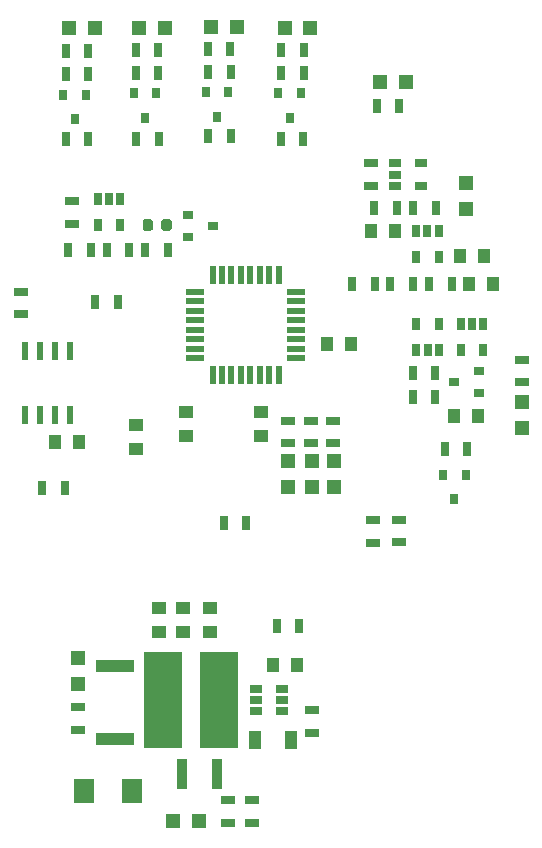
<source format=gtp>
G04 #@! TF.GenerationSoftware,KiCad,Pcbnew,5.0.2-bee76a0~70~ubuntu18.04.1*
G04 #@! TF.CreationDate,2019-04-18T18:19:39-04:00*
G04 #@! TF.ProjectId,Brakelight_Shutdown_BSPD,4272616b-656c-4696-9768-745f53687574,rev?*
G04 #@! TF.SameCoordinates,Original*
G04 #@! TF.FileFunction,Paste,Top*
G04 #@! TF.FilePolarity,Positive*
%FSLAX46Y46*%
G04 Gerber Fmt 4.6, Leading zero omitted, Abs format (unit mm)*
G04 Created by KiCad (PCBNEW 5.0.2-bee76a0~70~ubuntu18.04.1) date Thu 18 Apr 2019 06:19:39 PM EDT*
%MOMM*%
%LPD*%
G01*
G04 APERTURE LIST*
%ADD10R,0.800000X0.900000*%
%ADD11R,0.700000X1.300000*%
%ADD12R,1.000000X1.250000*%
%ADD13R,1.250000X1.000000*%
%ADD14R,1.200000X1.200000*%
%ADD15R,0.900000X2.500000*%
%ADD16R,3.300000X8.200000*%
%ADD17R,1.300000X0.700000*%
%ADD18R,1.060000X0.650000*%
%ADD19R,1.000000X1.600000*%
%ADD20R,1.778000X2.159000*%
%ADD21R,3.200000X1.000000*%
%ADD22R,1.600000X0.550000*%
%ADD23R,0.550000X1.600000*%
%ADD24R,0.900000X0.800000*%
%ADD25C,2.000000*%
%ADD26C,0.875000*%
%ADD27R,0.650000X1.060000*%
%ADD28R,0.600000X1.550000*%
G04 APERTURE END LIST*
D10*
G04 #@! TO.C,Q7*
X184546200Y-62450400D03*
X183596200Y-60350400D03*
X185496200Y-60350400D03*
G04 #@! TD*
D11*
G04 #@! TO.C,R1*
X185115200Y-96875600D03*
X187015200Y-96875600D03*
G04 #@! TD*
D12*
G04 #@! TO.C,C11*
X191294164Y-108857891D03*
X189294164Y-108857891D03*
G04 #@! TD*
D13*
G04 #@! TO.C,C13*
X181658164Y-106047891D03*
X181658164Y-104047891D03*
G04 #@! TD*
G04 #@! TO.C,C12*
X183944164Y-106047891D03*
X183944164Y-104047891D03*
G04 #@! TD*
D14*
G04 #@! TO.C,D6*
X172768164Y-110465891D03*
X172768164Y-108265891D03*
G04 #@! TD*
D15*
G04 #@! TO.C,F1*
X181610664Y-118148391D03*
X184510664Y-118148391D03*
G04 #@! TD*
D16*
G04 #@! TO.C,L1*
X184706664Y-111842391D03*
X180006664Y-111842391D03*
G04 #@! TD*
D17*
G04 #@! TO.C,R10*
X185468164Y-120353891D03*
X185468164Y-122253891D03*
G04 #@! TD*
G04 #@! TO.C,R12*
X187500164Y-120353891D03*
X187500164Y-122253891D03*
G04 #@! TD*
G04 #@! TO.C,R20*
X172768164Y-114379891D03*
X172768164Y-112479891D03*
G04 #@! TD*
D18*
G04 #@! TO.C,U4*
X187860664Y-110917791D03*
X187860664Y-111867791D03*
X187860664Y-112817791D03*
X190060664Y-112817791D03*
X190060664Y-110917791D03*
X190060664Y-111867791D03*
G04 #@! TD*
D19*
G04 #@! TO.C,C7*
X187778164Y-115207891D03*
X190778164Y-115207891D03*
G04 #@! TD*
D13*
G04 #@! TO.C,C14*
X179626164Y-106047891D03*
X179626164Y-104047891D03*
G04 #@! TD*
D14*
G04 #@! TO.C,D3*
X183012164Y-122065891D03*
X180812164Y-122065891D03*
G04 #@! TD*
D20*
G04 #@! TO.C,D2*
X173276164Y-119525891D03*
X177340164Y-119525891D03*
G04 #@! TD*
D21*
G04 #@! TO.C,R19*
X175943164Y-115132891D03*
X175943164Y-108932891D03*
G04 #@! TD*
D17*
G04 #@! TO.C,R15*
X192580164Y-112733891D03*
X192580164Y-114633891D03*
G04 #@! TD*
D11*
G04 #@! TO.C,R16*
X191498164Y-105555891D03*
X189598164Y-105555891D03*
G04 #@! TD*
D13*
G04 #@! TO.C,C1*
X177647600Y-90576400D03*
X177647600Y-88576400D03*
G04 #@! TD*
D12*
G04 #@! TO.C,C2*
X193878200Y-81737200D03*
X195878200Y-81737200D03*
G04 #@! TD*
D13*
G04 #@! TO.C,C3*
X188302900Y-89484200D03*
X188302900Y-87484200D03*
G04 #@! TD*
G04 #@! TO.C,C4*
X181952900Y-89452200D03*
X181952900Y-87452200D03*
G04 #@! TD*
D12*
G04 #@! TO.C,C5*
X199602600Y-72161400D03*
X197602600Y-72161400D03*
G04 #@! TD*
G04 #@! TO.C,C6*
X204622400Y-87833200D03*
X206622400Y-87833200D03*
G04 #@! TD*
G04 #@! TO.C,C8*
X207130400Y-74269600D03*
X205130400Y-74269600D03*
G04 #@! TD*
G04 #@! TO.C,C9*
X170840400Y-89966800D03*
X172840400Y-89966800D03*
G04 #@! TD*
G04 #@! TO.C,C10*
X205883000Y-76631800D03*
X207883000Y-76631800D03*
G04 #@! TD*
D14*
G04 #@! TO.C,D1*
X205663800Y-68056400D03*
X205663800Y-70256400D03*
G04 #@! TD*
G04 #@! TO.C,D4*
X210388200Y-88857000D03*
X210388200Y-86657000D03*
G04 #@! TD*
G04 #@! TO.C,D5*
X194462400Y-91622700D03*
X194462400Y-93822700D03*
G04 #@! TD*
G04 #@! TO.C,D7*
X172034200Y-54965600D03*
X174234200Y-54965600D03*
G04 #@! TD*
G04 #@! TO.C,D8*
X192463600Y-54991000D03*
X190263600Y-54991000D03*
G04 #@! TD*
G04 #@! TO.C,D9*
X177944600Y-54991000D03*
X180144600Y-54991000D03*
G04 #@! TD*
G04 #@! TO.C,D10*
X184032800Y-54864000D03*
X186232800Y-54864000D03*
G04 #@! TD*
G04 #@! TO.C,D12*
X192557400Y-93843200D03*
X192557400Y-91643200D03*
G04 #@! TD*
G04 #@! TO.C,D13*
X190588900Y-91643200D03*
X190588900Y-93843200D03*
G04 #@! TD*
D22*
G04 #@! TO.C,IC1*
X182719400Y-77286200D03*
X182719400Y-78086200D03*
X182719400Y-78886200D03*
X182719400Y-79686200D03*
X182719400Y-80486200D03*
X182719400Y-81286200D03*
X182719400Y-82086200D03*
X182719400Y-82886200D03*
D23*
X184169400Y-84336200D03*
X184969400Y-84336200D03*
X185769400Y-84336200D03*
X186569400Y-84336200D03*
X187369400Y-84336200D03*
X188169400Y-84336200D03*
X188969400Y-84336200D03*
X189769400Y-84336200D03*
D22*
X191219400Y-82886200D03*
X191219400Y-82086200D03*
X191219400Y-81286200D03*
X191219400Y-80486200D03*
X191219400Y-79686200D03*
X191219400Y-78886200D03*
X191219400Y-78086200D03*
X191219400Y-77286200D03*
D23*
X189769400Y-75836200D03*
X188969400Y-75836200D03*
X188169400Y-75836200D03*
X187369400Y-75836200D03*
X186569400Y-75836200D03*
X185769400Y-75836200D03*
X184969400Y-75836200D03*
X184169400Y-75836200D03*
G04 #@! TD*
D24*
G04 #@! TO.C,Q1*
X204597000Y-84912200D03*
X206697000Y-83962200D03*
X206697000Y-85862200D03*
G04 #@! TD*
D10*
G04 #@! TO.C,Q2*
X204637600Y-94860800D03*
X203687600Y-92760800D03*
X205587600Y-92760800D03*
G04 #@! TD*
G04 #@! TO.C,Q3*
X173443551Y-60587171D03*
X171543551Y-60587171D03*
X172493551Y-62687171D03*
G04 #@! TD*
G04 #@! TO.C,Q4*
X191653200Y-60485600D03*
X189753200Y-60485600D03*
X190703200Y-62585600D03*
G04 #@! TD*
G04 #@! TO.C,Q5*
X179385000Y-60485600D03*
X177485000Y-60485600D03*
X178435000Y-62585600D03*
G04 #@! TD*
D24*
G04 #@! TO.C,Q6*
X182075400Y-70779600D03*
X182075400Y-72679600D03*
X184175400Y-71729600D03*
G04 #@! TD*
D17*
G04 #@! TO.C,R2*
X197586600Y-68285400D03*
X197586600Y-66385400D03*
G04 #@! TD*
D11*
G04 #@! TO.C,R3*
X174233800Y-78130400D03*
X176133800Y-78130400D03*
G04 #@! TD*
G04 #@! TO.C,R4*
X171653200Y-93903800D03*
X169753200Y-93903800D03*
G04 #@! TD*
G04 #@! TO.C,R5*
X203047600Y-70231000D03*
X201147600Y-70231000D03*
G04 #@! TD*
G04 #@! TO.C,R6*
X201122200Y-86182200D03*
X203022200Y-86182200D03*
G04 #@! TD*
G04 #@! TO.C,R7*
X199771000Y-70231000D03*
X197871000Y-70231000D03*
G04 #@! TD*
G04 #@! TO.C,R8*
X196016800Y-76606400D03*
X197916800Y-76606400D03*
G04 #@! TD*
G04 #@! TO.C,R9*
X201122200Y-84175600D03*
X203022200Y-84175600D03*
G04 #@! TD*
G04 #@! TO.C,R11*
X201127400Y-76606400D03*
X199227400Y-76606400D03*
G04 #@! TD*
G04 #@! TO.C,R13*
X204429400Y-76631800D03*
X202529400Y-76631800D03*
G04 #@! TD*
D17*
G04 #@! TO.C,R14*
X167919400Y-79194700D03*
X167919400Y-77294700D03*
G04 #@! TD*
G04 #@! TO.C,R17*
X210362800Y-84937600D03*
X210362800Y-83037600D03*
G04 #@! TD*
D11*
G04 #@! TO.C,R18*
X203809600Y-90576400D03*
X205709600Y-90576400D03*
G04 #@! TD*
G04 #@! TO.C,R21*
X173661951Y-56891471D03*
X171761951Y-56891471D03*
G04 #@! TD*
G04 #@! TO.C,R22*
X173661951Y-58885371D03*
X171761951Y-58885371D03*
G04 #@! TD*
G04 #@! TO.C,R23*
X171749251Y-64384471D03*
X173649251Y-64384471D03*
G04 #@! TD*
G04 #@! TO.C,R24*
X171963000Y-73710800D03*
X173863000Y-73710800D03*
G04 #@! TD*
D17*
G04 #@! TO.C,R25*
X172288200Y-71511200D03*
X172288200Y-69611200D03*
G04 #@! TD*
D11*
G04 #@! TO.C,R26*
X189992000Y-56845200D03*
X191892000Y-56845200D03*
G04 #@! TD*
G04 #@! TO.C,R27*
X177134600Y-73710800D03*
X175234600Y-73710800D03*
G04 #@! TD*
G04 #@! TO.C,R28*
X177688200Y-56845200D03*
X179588200Y-56845200D03*
G04 #@! TD*
G04 #@! TO.C,R29*
X189981800Y-58801000D03*
X191881800Y-58801000D03*
G04 #@! TD*
G04 #@! TO.C,R30*
X177688200Y-58801000D03*
X179588200Y-58801000D03*
G04 #@! TD*
G04 #@! TO.C,R31*
X189946200Y-64312800D03*
X191846200Y-64312800D03*
G04 #@! TD*
G04 #@! TO.C,R32*
X179613600Y-64312800D03*
X177713600Y-64312800D03*
G04 #@! TD*
D25*
G04 #@! TO.C,R33*
G36*
X180503991Y-71154053D02*
X180525226Y-71157203D01*
X180546050Y-71162419D01*
X180566262Y-71169651D01*
X180585668Y-71178830D01*
X180604081Y-71189866D01*
X180621324Y-71202654D01*
X180637230Y-71217070D01*
X180651646Y-71232976D01*
X180664434Y-71250219D01*
X180675470Y-71268632D01*
X180684649Y-71288038D01*
X180691881Y-71308250D01*
X180697097Y-71329074D01*
X180700247Y-71350309D01*
X180701300Y-71371750D01*
X180701300Y-71884250D01*
X180700247Y-71905691D01*
X180697097Y-71926926D01*
X180691881Y-71947750D01*
X180684649Y-71967962D01*
X180675470Y-71987368D01*
X180664434Y-72005781D01*
X180651646Y-72023024D01*
X180637230Y-72038930D01*
X180621324Y-72053346D01*
X180604081Y-72066134D01*
X180585668Y-72077170D01*
X180566262Y-72086349D01*
X180546050Y-72093581D01*
X180525226Y-72098797D01*
X180503991Y-72101947D01*
X180482550Y-72103000D01*
X180045050Y-72103000D01*
X180023609Y-72101947D01*
X180002374Y-72098797D01*
X179981550Y-72093581D01*
X179961338Y-72086349D01*
X179941932Y-72077170D01*
X179923519Y-72066134D01*
X179906276Y-72053346D01*
X179890370Y-72038930D01*
X179875954Y-72023024D01*
X179863166Y-72005781D01*
X179852130Y-71987368D01*
X179842951Y-71967962D01*
X179835719Y-71947750D01*
X179830503Y-71926926D01*
X179827353Y-71905691D01*
X179826300Y-71884250D01*
X179826300Y-71371750D01*
X179827353Y-71350309D01*
X179830503Y-71329074D01*
X179835719Y-71308250D01*
X179842951Y-71288038D01*
X179852130Y-71268632D01*
X179863166Y-71250219D01*
X179875954Y-71232976D01*
X179890370Y-71217070D01*
X179906276Y-71202654D01*
X179923519Y-71189866D01*
X179941932Y-71178830D01*
X179961338Y-71169651D01*
X179981550Y-71162419D01*
X180002374Y-71157203D01*
X180023609Y-71154053D01*
X180045050Y-71153000D01*
X180482550Y-71153000D01*
X180503991Y-71154053D01*
X180503991Y-71154053D01*
G37*
D26*
X180263800Y-71628000D03*
D25*
G36*
X178928991Y-71154053D02*
X178950226Y-71157203D01*
X178971050Y-71162419D01*
X178991262Y-71169651D01*
X179010668Y-71178830D01*
X179029081Y-71189866D01*
X179046324Y-71202654D01*
X179062230Y-71217070D01*
X179076646Y-71232976D01*
X179089434Y-71250219D01*
X179100470Y-71268632D01*
X179109649Y-71288038D01*
X179116881Y-71308250D01*
X179122097Y-71329074D01*
X179125247Y-71350309D01*
X179126300Y-71371750D01*
X179126300Y-71884250D01*
X179125247Y-71905691D01*
X179122097Y-71926926D01*
X179116881Y-71947750D01*
X179109649Y-71967962D01*
X179100470Y-71987368D01*
X179089434Y-72005781D01*
X179076646Y-72023024D01*
X179062230Y-72038930D01*
X179046324Y-72053346D01*
X179029081Y-72066134D01*
X179010668Y-72077170D01*
X178991262Y-72086349D01*
X178971050Y-72093581D01*
X178950226Y-72098797D01*
X178928991Y-72101947D01*
X178907550Y-72103000D01*
X178470050Y-72103000D01*
X178448609Y-72101947D01*
X178427374Y-72098797D01*
X178406550Y-72093581D01*
X178386338Y-72086349D01*
X178366932Y-72077170D01*
X178348519Y-72066134D01*
X178331276Y-72053346D01*
X178315370Y-72038930D01*
X178300954Y-72023024D01*
X178288166Y-72005781D01*
X178277130Y-71987368D01*
X178267951Y-71967962D01*
X178260719Y-71947750D01*
X178255503Y-71926926D01*
X178252353Y-71905691D01*
X178251300Y-71884250D01*
X178251300Y-71371750D01*
X178252353Y-71350309D01*
X178255503Y-71329074D01*
X178260719Y-71308250D01*
X178267951Y-71288038D01*
X178277130Y-71268632D01*
X178288166Y-71250219D01*
X178300954Y-71232976D01*
X178315370Y-71217070D01*
X178331276Y-71202654D01*
X178348519Y-71189866D01*
X178366932Y-71178830D01*
X178386338Y-71169651D01*
X178406550Y-71162419D01*
X178427374Y-71157203D01*
X178448609Y-71154053D01*
X178470050Y-71153000D01*
X178907550Y-71153000D01*
X178928991Y-71154053D01*
X178928991Y-71154053D01*
G37*
D26*
X178688800Y-71628000D03*
G04 #@! TD*
D11*
G04 #@! TO.C,R34*
X180365400Y-73710800D03*
X178465400Y-73710800D03*
G04 #@! TD*
G04 #@! TO.C,R35*
X185674000Y-56743600D03*
X183774000Y-56743600D03*
G04 #@! TD*
G04 #@! TO.C,R37*
X185699400Y-58699400D03*
X183799400Y-58699400D03*
G04 #@! TD*
G04 #@! TO.C,R39*
X183824800Y-64109600D03*
X185724800Y-64109600D03*
G04 #@! TD*
D17*
G04 #@! TO.C,R41*
X197764400Y-98511400D03*
X197764400Y-96611400D03*
G04 #@! TD*
G04 #@! TO.C,R42*
X199948800Y-98496200D03*
X199948800Y-96596200D03*
G04 #@! TD*
G04 #@! TO.C,R44*
X194398900Y-90116700D03*
X194398900Y-88216700D03*
G04 #@! TD*
G04 #@! TO.C,R45*
X192493900Y-88219200D03*
X192493900Y-90119200D03*
G04 #@! TD*
G04 #@! TO.C,R46*
X190525400Y-90119200D03*
X190525400Y-88219200D03*
G04 #@! TD*
D18*
G04 #@! TO.C,U1*
X201810800Y-66410800D03*
X201810800Y-68310800D03*
X199610800Y-68310800D03*
X199610800Y-67360800D03*
X199610800Y-66410800D03*
G04 #@! TD*
D27*
G04 #@! TO.C,U2*
X203311800Y-72128200D03*
X202361800Y-72128200D03*
X201411800Y-72128200D03*
X201411800Y-74328200D03*
X203311800Y-74328200D03*
G04 #@! TD*
D28*
G04 #@! TO.C,U3*
X168300400Y-87739200D03*
X169570400Y-87739200D03*
X170840400Y-87739200D03*
X172110400Y-87739200D03*
X172110400Y-82339200D03*
X170840400Y-82339200D03*
X169570400Y-82339200D03*
X168300400Y-82339200D03*
G04 #@! TD*
D27*
G04 #@! TO.C,U5*
X201437200Y-82194400D03*
X202387200Y-82194400D03*
X203337200Y-82194400D03*
X203337200Y-79994400D03*
X201437200Y-79994400D03*
G04 #@! TD*
G04 #@! TO.C,U6*
X207086200Y-82194400D03*
X205186200Y-82194400D03*
X205186200Y-79994400D03*
X206136200Y-79994400D03*
X207086200Y-79994400D03*
G04 #@! TD*
G04 #@! TO.C,U7*
X176370200Y-69425600D03*
X175420200Y-69425600D03*
X174470200Y-69425600D03*
X174470200Y-71625600D03*
X176370200Y-71625600D03*
G04 #@! TD*
D14*
G04 #@! TO.C,D11*
X198366200Y-59537600D03*
X200566200Y-59537600D03*
G04 #@! TD*
D11*
G04 #@! TO.C,R36*
X198059000Y-61518800D03*
X199959000Y-61518800D03*
G04 #@! TD*
M02*

</source>
